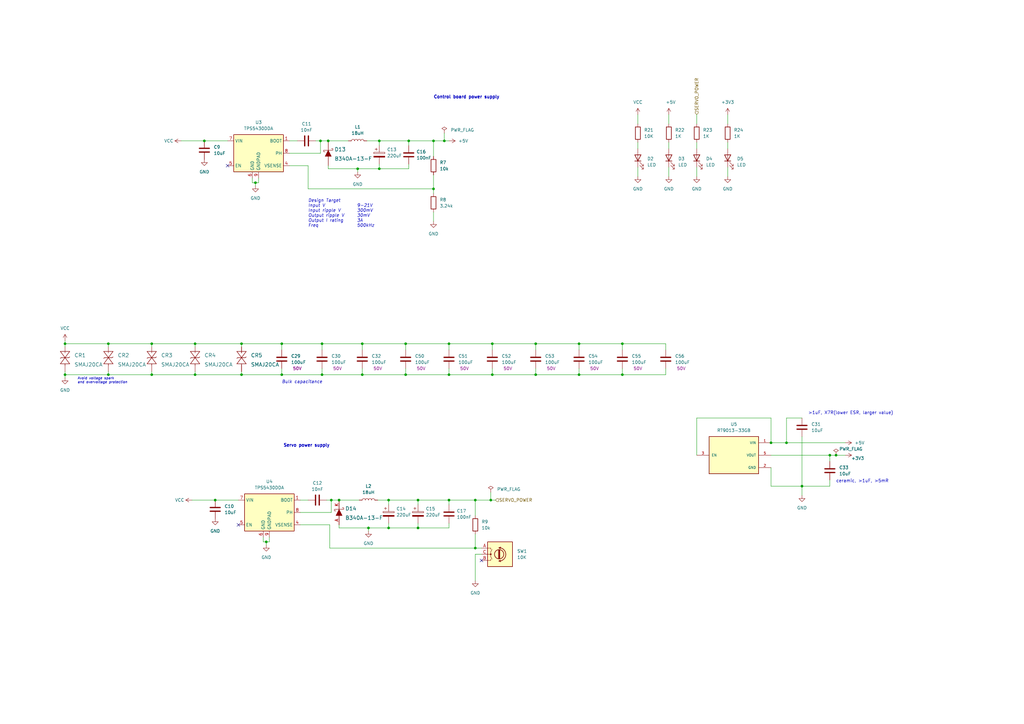
<source format=kicad_sch>
(kicad_sch (version 20211123) (generator eeschema)
  (paper "A3")
  (lib_symbols
    (symbol "B340A-13-F_1" (pin_names (offset 0) hide)
      (property "Reference" "D" (at 0 2.54 0))
      (property "Value" "B340A-13-F_1" (at 0 -3.81 0))
      (symbol "B340A-13-F_1_0_1"
        (polyline (pts (xy 1.27 1.27) (xy 1.27 -1.27)))
        (polyline (pts (xy -1.27 1.27) (xy -1.27 -1.27) (xy 1.27 0) (xy -1.27 1.27)) (fill (type outline)))
        (polyline (pts (xy 1.27 -1.27) (xy 1.27 -1.905) (xy 1.905 -1.905) (xy 1.905 -1.27)))
        (polyline (pts (xy 1.27 1.27) (xy 1.27 1.905) (xy 0.635 1.905) (xy 0.635 1.27)))
      )
      (symbol "B340A-13-F_1_1_1"
        (pin passive line (at -5.08 0 0) (length 3.81) (name "~") (number "A"))
        (pin passive line (at 5.08 0 180) (length 3.81) (name "~") (number "K"))
      )
    )
    (symbol "Device:C" (pin_numbers hide) (pin_names (offset 0.254))
      (property "Reference" "C" (at 0.635 2.54 0))
      (property "Value" "C" (at 0.635 -2.54 0))
      (symbol "C_0_1"
        (polyline (pts (xy -2.032 -0.762) (xy 2.032 -0.762)) (stroke (width 0.508)))
        (polyline (pts (xy -2.032 0.762) (xy 2.032 0.762)) (stroke (width 0.508)))
      )
      (symbol "C_1_1"
        (pin passive line (at 0 3.81 270) (length 2.794) (name "~") (number "1"))
        (pin passive line (at 0 -3.81 90) (length 2.794) (name "~") (number "2"))
      )
    )
    (symbol "Device:C_Polarized" (pin_numbers hide) (pin_names (offset 0.254))
      (property "Reference" "C" (at 0.635 2.54 0))
      (property "Value" "C_Polarized" (at 0.635 -2.54 0))
      (symbol "C_Polarized_0_1"
        (rectangle (start -2.286 0.508) (end 2.286 1.016))
        (polyline (pts (xy -1.778 2.286) (xy -0.762 2.286)))
        (polyline (pts (xy -1.27 2.794) (xy -1.27 1.778)))
        (rectangle (start 2.286 -0.508) (end -2.286 -1.016) (fill (type outline)))
      )
      (symbol "C_Polarized_1_1"
        (pin passive line (at 0 3.81 270) (length 2.794) (name "~") (number "1"))
        (pin passive line (at 0 -3.81 90) (length 2.794) (name "~") (number "2"))
      )
    )
    (symbol "Device:L" (pin_numbers hide) (pin_names (offset 1.016) hide)
      (property "Reference" "L" (at -1.27 0 90))
      (property "Value" "L" (at 1.905 0 90))
      (symbol "L_0_1"
        (arc (start 0 -2.54) (mid 0.635 -1.905) (end 0 -1.27))
        (arc (start 0 -1.27) (mid 0.635 -0.635) (end 0 0))
        (arc (start 0 0) (mid 0.635 0.635) (end 0 1.27))
        (arc (start 0 1.27) (mid 0.635 1.905) (end 0 2.54))
      )
      (symbol "L_1_1"
        (pin passive line (at 0 3.81 270) (length 1.27) (name "1") (number "1"))
        (pin passive line (at 0 -3.81 90) (length 1.27) (name "2") (number "2"))
      )
    )
    (symbol "Device:LED" (pin_numbers hide) (pin_names (offset 1.016) hide)
      (property "Reference" "D" (at 0 2.54 0))
      (property "Value" "LED" (at 0 -2.54 0))
      (symbol "LED_0_1"
        (polyline (pts (xy -1.27 -1.27) (xy -1.27 1.27)) (stroke (width 0.254)))
        (polyline (pts (xy -1.27 0) (xy 1.27 0)))
        (polyline (pts (xy 1.27 -1.27) (xy 1.27 1.27) (xy -1.27 0) (xy 1.27 -1.27)) (stroke (width 0.254)))
        (polyline (pts (xy -3.048 -0.762) (xy -4.572 -2.286) (xy -3.81 -2.286) (xy -4.572 -2.286) (xy -4.572 -1.524)))
        (polyline (pts (xy -1.778 -0.762) (xy -3.302 -2.286) (xy -2.54 -2.286) (xy -3.302 -2.286) (xy -3.302 -1.524)))
      )
      (symbol "LED_1_1"
        (pin passive line (at -3.81 0 0) (length 2.54) (name "K") (number "1"))
        (pin passive line (at 3.81 0 180) (length 2.54) (name "A") (number "2"))
      )
    )
    (symbol "Device:R" (pin_numbers hide) (pin_names (offset 0))
      (property "Reference" "R" (at 2.032 0 90))
      (property "Value" "R" (at 0 0 90))
      (symbol "R_0_1"
        (rectangle (start -1.016 -2.54) (end 1.016 2.54) (stroke (width 0.254)))
      )
      (symbol "R_1_1"
        (pin passive line (at 0 3.81 270) (length 1.27) (name "~") (number "1"))
        (pin passive line (at 0 -3.81 90) (length 1.27) (name "~") (number "2"))
      )
    )
    (symbol "Device:RotaryEncoder" (pin_names (offset 0.254) hide)
      (property "Reference" "SW" (at 0 6.604 0))
      (property "Value" "RotaryEncoder" (at 0 -6.604 0))
      (symbol "RotaryEncoder_0_1"
        (rectangle (start -5.08 5.08) (end 5.08 -5.08) (stroke (width 0.254)) (fill (type background)))
        (circle (center -3.81 0) (radius 0.254) (fill (type outline)))
        (arc (start -0.381 -2.794) (mid 2.3622 -0.0508) (end -0.381 2.667) (stroke (width 0.254)))
        (circle (center -0.381 0) (radius 1.905) (stroke (width 0.254)))
        (polyline (pts (xy -0.635 -1.778) (xy -0.635 1.778)) (stroke (width 0.254)))
        (polyline (pts (xy -0.381 -1.778) (xy -0.381 1.778)) (stroke (width 0.254)))
        (polyline (pts (xy -0.127 1.778) (xy -0.127 -1.778)) (stroke (width 0.254)))
        (polyline (pts (xy -5.08 -2.54) (xy -3.81 -2.54) (xy -3.81 -2.032)))
        (polyline (pts (xy -5.08 2.54) (xy -3.81 2.54) (xy -3.81 2.032)))
        (polyline (pts (xy 0.254 -3.048) (xy -0.508 -2.794) (xy 0.127 -2.413)) (stroke (width 0.254)))
        (polyline (pts (xy 0.254 2.921) (xy -0.508 2.667) (xy 0.127 2.286)) (stroke (width 0.254)))
        (polyline (pts (xy -5.08 0) (xy -3.81 0) (xy -3.81 -1.016) (xy -3.302 -2.032)))
        (polyline (pts (xy -4.318 0) (xy -3.81 0) (xy -3.81 1.016) (xy -3.302 2.032)))
      )
      (symbol "RotaryEncoder_1_1"
        (pin passive line (at -7.62 2.54 0) (length 2.54) (name "A") (number "A"))
        (pin passive line (at -7.62 -2.54 0) (length 2.54) (name "B") (number "B"))
        (pin passive line (at -7.62 0 0) (length 2.54) (name "C") (number "C"))
      )
    )
    (symbol "RT9013-33GB:RT9013-33GB" (pin_names (offset 1.016))
      (property "Reference" "U" (at -10.16 8.89 0))
      (property "Value" "RT9013-33GB" (at -10.16 -8.89 0))
      (symbol "RT9013-33GB_0_0"
        (rectangle (start -10.16 -7.62) (end 10.16 7.62) (stroke (width 0.254)) (fill (type background)))
        (pin power_in line (at 15.24 5.08 180) (length 5.08) (name "VIN") (number "1"))
        (pin power_in line (at 15.24 -5.08 180) (length 5.08) (name "GND") (number "2"))
        (pin passive line (at -15.24 0 0) (length 5.08) (name "EN") (number "3"))
        (pin power_in line (at 15.24 0 180) (length 5.08) (name "VOUT") (number "5"))
      )
    )
    (symbol "Regulator_Switching:TPS5430DDA"
      (property "Reference" "U" (at -10.16 8.89 0))
      (property "Value" "TPS5430DDA" (at -1.27 8.89 0))
      (symbol "TPS5430DDA_0_1"
        (rectangle (start -10.16 7.62) (end 10.16 -7.62) (stroke (width 0.254)) (fill (type background)))
      )
      (symbol "TPS5430DDA_1_1"
        (pin input line (at 12.7 5.08 180) (length 2.54) (name "BOOT") (number "1"))
        (pin no_connect line (at -10.16 2.54 0) (length 2.54) hide (name "NC") (number "2"))
        (pin no_connect line (at -10.16 -2.54 0) (length 2.54) hide (name "NC") (number "3"))
        (pin input line (at 12.7 -5.08 180) (length 2.54) (name "VSENSE") (number "4"))
        (pin input line (at -12.7 -5.08 0) (length 2.54) (name "EN") (number "5"))
        (pin power_in line (at -2.54 -10.16 90) (length 2.54) (name "GND") (number "6"))
        (pin power_in line (at -12.7 5.08 0) (length 2.54) (name "VIN") (number "7"))
        (pin output line (at 12.7 0 180) (length 2.54) (name "PH") (number "8"))
        (pin power_in line (at 0 -10.16 90) (length 2.54) (name "GNDPAD") (number "9"))
      )
    )
    (symbol "SMAJ20CA:SMAJ20CA" (pin_numbers hide) (pin_names (offset -1.651) hide)
      (property "Reference" "CR" (at 5.08 4.445 0))
      (property "Value" "SMAJ20CA" (at 1.27 -5.08 0))
      (symbol "SMAJ20CA_1_1"
        (polyline (pts (xy -2.54 0) (xy -1.905 0)) (stroke (width 0.2032)))
        (polyline (pts (xy -1.905 -1.905) (xy 0.635 0)) (stroke (width 0.2032)))
        (polyline (pts (xy -1.905 1.905) (xy -1.905 -1.905)) (stroke (width 0.2032)))
        (polyline (pts (xy 0.635 -1.5748) (xy 0.9398 -1.905)) (stroke (width 0.2032)))
        (polyline (pts (xy 0.635 0) (xy -1.905 1.905)) (stroke (width 0.2032)))
        (polyline (pts (xy 0.635 0) (xy 3.175 -1.905)) (stroke (width 0.2032)))
        (polyline (pts (xy 0.635 1.5748) (xy 0.3302 1.905)) (stroke (width 0.2032)))
        (polyline (pts (xy 0.635 1.5748) (xy 0.635 -1.5748)) (stroke (width 0.2032)))
        (polyline (pts (xy 3.175 -1.905) (xy 3.175 1.905)) (stroke (width 0.2032)))
        (polyline (pts (xy 3.175 1.905) (xy 0.635 0)) (stroke (width 0.2032)))
        (pin passive line (at 5.08 0 180) (length 2.54) (name "1") (number "1"))
        (pin passive line (at -5.08 0 0) (length 2.54) (name "2") (number "2"))
      )
    )
    (symbol "dk_Diodes-Rectifiers-Single:B340A-13-F" (pin_numbers hide) (pin_names (offset 0) hide)
      (property "Reference" "D" (at 0 2.54 0))
      (property "Value" "B340A-13-F" (at 0 -3.81 0))
      (symbol "B340A-13-F_0_1"
        (polyline (pts (xy 1.27 1.27) (xy 1.27 -1.27)))
        (polyline (pts (xy -1.27 1.27) (xy -1.27 -1.27) (xy 1.27 0) (xy -1.27 1.27)) (fill (type outline)))
        (polyline (pts (xy 1.27 -1.27) (xy 1.27 -1.905) (xy 1.905 -1.905) (xy 1.905 -1.27)))
        (polyline (pts (xy 1.27 1.27) (xy 1.27 1.905) (xy 0.635 1.905) (xy 0.635 1.27)))
      )
      (symbol "B340A-13-F_1_1"
        (pin passive line (at -5.08 0 0) (length 3.81) (name "~") (number "A"))
        (pin passive line (at 5.08 0 180) (length 3.81) (name "~") (number "K"))
      )
    )
    (symbol "power:+3V3" (power) (pin_names (offset 0))
      (property "Value" "+3V3" (at 0 3.556 0))
      (symbol "+3V3_0_1"
        (polyline (pts (xy -0.762 1.27) (xy 0 2.54)))
        (polyline (pts (xy 0 0) (xy 0 2.54)))
        (polyline (pts (xy 0 2.54) (xy 0.762 1.27)))
      )
      (symbol "+3V3_1_1"
        (pin power_in line (at 0 0 90) (length 0) hide (name "+3V3") (number "1"))
      )
    )
    (symbol "power:+5V" (power) (pin_names (offset 0))
      (property "Value" "+5V" (at 0 3.556 0))
      (symbol "+5V_0_1"
        (polyline (pts (xy -0.762 1.27) (xy 0 2.54)))
        (polyline (pts (xy 0 0) (xy 0 2.54)))
        (polyline (pts (xy 0 2.54) (xy 0.762 1.27)))
      )
      (symbol "+5V_1_1"
        (pin power_in line (at 0 0 90) (length 0) hide (name "+5V") (number "1"))
      )
    )
    (symbol "power:GND" (power) (pin_names (offset 0))
      (property "Value" "GND" (at 0 -3.81 0))
      (symbol "GND_0_1"
        (polyline (pts (xy 0 0) (xy 0 -1.27) (xy 1.27 -1.27) (xy 0 -2.54) (xy -1.27 -1.27) (xy 0 -1.27)))
      )
      (symbol "GND_1_1"
        (pin power_in line (at 0 0 270) (length 0) hide (name "GND") (number "1"))
      )
    )
    (symbol "power:PWR_FLAG" (power) (pin_numbers hide) (pin_names (offset 0) hide)
      (property "Value" "PWR_FLAG" (at 0 3.81 0))
      (symbol "PWR_FLAG_0_0"
        (pin power_out line (at 0 0 90) (length 0) (name "pwr") (number "1"))
      )
      (symbol "PWR_FLAG_0_1"
        (polyline (pts (xy 0 0) (xy 0 1.27) (xy -1.016 1.905) (xy 0 2.54) (xy 1.016 1.905) (xy 0 1.27)))
      )
    )
    (symbol "power:VCC" (power) (pin_names (offset 0))
      (property "Value" "VCC" (at 0 3.81 0))
      (symbol "VCC_0_1"
        (polyline (pts (xy -0.762 1.27) (xy 0 2.54)))
        (polyline (pts (xy 0 0) (xy 0 2.54)))
        (polyline (pts (xy 0 2.54) (xy 0.762 1.27)))
      )
      (symbol "VCC_1_1"
        (pin power_in line (at 0 0 90) (length 0) hide (name "VCC") (number "1"))
      )
    )
  )
  (junction (at 184.15 153.67))
  (junction (at 201.93 153.67))
  (junction (at 26.67 153.67))
  (junction (at 184.15 205.105))
  (junction (at 88.265 205.105))
  (junction (at 237.49 153.67))
  (junction (at 104.775 74.93))
  (junction (at 159.385 205.105))
  (junction (at 342.9 186.69))
  (junction (at 237.49 140.97))
  (junction (at 99.06 140.97))
  (junction (at 328.93 199.39))
  (junction (at 316.23 181.61))
  (junction (at 219.71 153.67))
  (junction (at 146.685 69.215))
  (junction (at 148.59 153.67))
  (junction (at 62.23 140.97))
  (junction (at 177.8 57.785))
  (junction (at 109.22 222.25))
  (junction (at 80.01 140.97))
  (junction (at 132.08 140.97))
  (junction (at 167.64 57.785))
  (junction (at 115.57 140.97))
  (junction (at 99.06 153.67))
  (junction (at 159.385 216.535))
  (junction (at 255.27 153.67))
  (junction (at 155.575 69.215))
  (junction (at 62.23 153.67))
  (junction (at 151.13 216.535))
  (junction (at 166.37 140.97))
  (junction (at 322.58 181.61))
  (junction (at 83.82 57.785))
  (junction (at 155.575 57.785))
  (junction (at 135.89 205.105))
  (junction (at 44.45 153.67))
  (junction (at 171.45 216.535))
  (junction (at 340.36 186.69))
  (junction (at 80.01 153.67))
  (junction (at 26.67 140.97))
  (junction (at 148.59 140.97))
  (junction (at 182.245 57.785))
  (junction (at 166.37 153.67))
  (junction (at 201.93 140.97))
  (junction (at 132.08 153.67))
  (junction (at 184.15 140.97))
  (junction (at 134.62 57.785))
  (junction (at 44.45 140.97))
  (junction (at 139.065 205.105))
  (junction (at 177.8 77.47))
  (junction (at 255.27 140.97))
  (junction (at 171.45 205.105))
  (junction (at 131.445 57.785))
  (junction (at 115.57 153.67))
  (junction (at 219.71 140.97))
  (junction (at 194.945 205.105))
  (junction (at 201.295 205.105))
  (junction (at 194.945 224.79))
  (no_connect (at 93.345 67.945))
  (no_connect (at 197.485 229.87))
  (no_connect (at 97.79 215.265))
  (wire (pts (xy 80.01 153.67) (xy 99.06 153.67)))
  (wire (pts (xy 26.67 140.97) (xy 44.45 140.97)))
  (wire (pts (xy 285.75 68.58) (xy 285.75 72.39)))
  (wire (pts (xy 103.505 74.93) (xy 104.775 74.93)))
  (wire (pts (xy 133.985 205.105) (xy 135.89 205.105)))
  (wire (pts (xy 285.75 58.42) (xy 285.75 60.96)))
  (wire (pts (xy 155.575 69.215) (xy 146.685 69.215)))
  (wire (pts (xy 274.32 58.42) (xy 274.32 60.96)))
  (wire (pts (xy 171.45 216.535) (xy 184.15 216.535)))
  (wire (pts (xy 123.19 205.105) (xy 126.365 205.105)))
  (wire (pts (xy 107.95 220.345) (xy 107.95 222.25)))
  (wire (pts (xy 219.71 151.13) (xy 219.71 153.67)))
  (wire (pts (xy 123.19 215.265) (xy 135.255 215.265)))
  (wire (pts (xy 201.295 205.105) (xy 203.2 205.105)))
  (wire (pts (xy 159.385 214.63) (xy 159.385 216.535)))
  (wire (pts (xy 26.67 153.67) (xy 44.45 153.67)))
  (wire (pts (xy 118.745 67.945) (xy 126.365 67.945)))
  (wire (pts (xy 328.93 179.07) (xy 328.93 199.39)))
  (wire (pts (xy 62.23 142.24) (xy 62.23 140.97)))
  (wire (pts (xy 285.75 186.69) (xy 285.75 171.45)))
  (wire (pts (xy 148.59 140.97) (xy 132.08 140.97)))
  (wire (pts (xy 26.67 153.67) (xy 26.67 154.94)))
  (wire (pts (xy 219.71 153.67) (xy 201.93 153.67)))
  (wire (pts (xy 123.19 210.185) (xy 135.89 210.185)))
  (wire (pts (xy 328.93 199.39) (xy 340.36 199.39)))
  (wire (pts (xy 110.49 222.25) (xy 109.22 222.25)))
  (wire (pts (xy 135.89 205.105) (xy 139.065 205.105)))
  (wire (pts (xy 201.93 153.67) (xy 184.15 153.67)))
  (wire (pts (xy 167.64 57.785) (xy 177.8 57.785)))
  (wire (pts (xy 74.295 57.785) (xy 83.82 57.785)))
  (wire (pts (xy 129.54 57.785) (xy 131.445 57.785)))
  (wire (pts (xy 80.01 142.24) (xy 80.01 140.97)))
  (wire (pts (xy 134.62 67.945) (xy 134.62 69.215)))
  (wire (pts (xy 298.45 46.99) (xy 298.45 50.8)))
  (wire (pts (xy 274.32 46.99) (xy 274.32 50.8)))
  (wire (pts (xy 273.05 153.67) (xy 255.27 153.67)))
  (wire (pts (xy 182.245 54.61) (xy 182.245 57.785)))
  (wire (pts (xy 135.255 224.79) (xy 194.945 224.79)))
  (wire (pts (xy 26.67 152.4) (xy 26.67 153.67)))
  (wire (pts (xy 154.94 205.105) (xy 159.385 205.105)))
  (wire (pts (xy 155.575 69.215) (xy 167.64 69.215)))
  (wire (pts (xy 197.485 224.79) (xy 194.945 224.79)))
  (wire (pts (xy 316.23 171.45) (xy 316.23 181.61)))
  (wire (pts (xy 316.23 191.77) (xy 316.23 199.39)))
  (wire (pts (xy 83.82 57.785) (xy 93.345 57.785)))
  (wire (pts (xy 118.745 62.865) (xy 131.445 62.865)))
  (wire (pts (xy 298.45 58.42) (xy 298.45 60.96)))
  (wire (pts (xy 167.64 67.31) (xy 167.64 69.215)))
  (wire (pts (xy 184.15 205.105) (xy 194.945 205.105)))
  (wire (pts (xy 148.59 151.13) (xy 148.59 153.67)))
  (wire (pts (xy 26.67 140.97) (xy 26.67 142.24)))
  (wire (pts (xy 155.575 57.785) (xy 167.64 57.785)))
  (wire (pts (xy 135.255 215.265) (xy 135.255 224.79)))
  (wire (pts (xy 316.23 181.61) (xy 322.58 181.61)))
  (wire (pts (xy 132.08 151.13) (xy 132.08 153.67)))
  (wire (pts (xy 126.365 77.47) (xy 177.8 77.47)))
  (wire (pts (xy 274.32 68.58) (xy 274.32 72.39)))
  (wire (pts (xy 273.05 151.13) (xy 273.05 153.67)))
  (wire (pts (xy 134.62 57.785) (xy 142.875 57.785)))
  (wire (pts (xy 62.23 152.4) (xy 62.23 153.67)))
  (wire (pts (xy 115.57 143.51) (xy 115.57 140.97)))
  (wire (pts (xy 166.37 151.13) (xy 166.37 153.67)))
  (wire (pts (xy 118.745 57.785) (xy 121.92 57.785)))
  (wire (pts (xy 340.36 186.69) (xy 340.36 189.23)))
  (wire (pts (xy 135.89 210.185) (xy 135.89 205.105)))
  (wire (pts (xy 255.27 153.67) (xy 237.49 153.67)))
  (wire (pts (xy 219.71 143.51) (xy 219.71 140.97)))
  (wire (pts (xy 322.58 171.45) (xy 322.58 181.61)))
  (wire (pts (xy 171.45 214.63) (xy 171.45 216.535)))
  (wire (pts (xy 62.23 140.97) (xy 80.01 140.97)))
  (wire (pts (xy 109.22 222.25) (xy 109.22 223.52)))
  (wire (pts (xy 26.67 139.7) (xy 26.67 140.97)))
  (wire (pts (xy 80.01 152.4) (xy 80.01 153.67)))
  (wire (pts (xy 80.01 140.97) (xy 99.06 140.97)))
  (wire (pts (xy 177.8 86.995) (xy 177.8 90.805)))
  (wire (pts (xy 255.27 143.51) (xy 255.27 140.97)))
  (wire (pts (xy 148.59 153.67) (xy 132.08 153.67)))
  (wire (pts (xy 132.08 153.67) (xy 115.57 153.67)))
  (wire (pts (xy 184.15 214.63) (xy 184.15 216.535)))
  (wire (pts (xy 146.685 69.215) (xy 146.685 70.485)))
  (wire (pts (xy 88.265 205.105) (xy 97.79 205.105)))
  (wire (pts (xy 159.385 205.105) (xy 171.45 205.105)))
  (wire (pts (xy 107.95 222.25) (xy 109.22 222.25)))
  (wire (pts (xy 159.385 205.105) (xy 159.385 207.01)))
  (wire (pts (xy 201.295 201.93) (xy 201.295 205.105)))
  (wire (pts (xy 177.8 77.47) (xy 177.8 79.375)))
  (wire (pts (xy 201.93 143.51) (xy 201.93 140.97)))
  (wire (pts (xy 131.445 57.785) (xy 134.62 57.785)))
  (wire (pts (xy 132.08 143.51) (xy 132.08 140.97)))
  (wire (pts (xy 106.045 73.025) (xy 106.045 74.93)))
  (wire (pts (xy 44.45 153.67) (xy 62.23 153.67)))
  (wire (pts (xy 131.445 62.865) (xy 131.445 57.785)))
  (wire (pts (xy 328.93 199.39) (xy 328.93 203.2)))
  (wire (pts (xy 328.93 171.45) (xy 322.58 171.45)))
  (wire (pts (xy 139.065 205.105) (xy 147.32 205.105)))
  (wire (pts (xy 194.945 219.075) (xy 194.945 224.79)))
  (wire (pts (xy 261.62 58.42) (xy 261.62 60.96)))
  (wire (pts (xy 155.575 67.31) (xy 155.575 69.215)))
  (wire (pts (xy 237.49 143.51) (xy 237.49 140.97)))
  (wire (pts (xy 99.06 140.97) (xy 99.06 142.24)))
  (wire (pts (xy 159.385 216.535) (xy 151.13 216.535)))
  (wire (pts (xy 194.945 227.33) (xy 197.485 227.33)))
  (wire (pts (xy 184.15 151.13) (xy 184.15 153.67)))
  (wire (pts (xy 184.15 140.97) (xy 166.37 140.97)))
  (wire (pts (xy 126.365 67.945) (xy 126.365 77.47)))
  (wire (pts (xy 44.45 140.97) (xy 62.23 140.97)))
  (wire (pts (xy 340.36 186.69) (xy 342.9 186.69)))
  (wire (pts (xy 201.93 140.97) (xy 184.15 140.97)))
  (wire (pts (xy 237.49 151.13) (xy 237.49 153.67)))
  (wire (pts (xy 166.37 143.51) (xy 166.37 140.97)))
  (wire (pts (xy 194.945 238.125) (xy 194.945 227.33)))
  (wire (pts (xy 261.62 68.58) (xy 261.62 72.39)))
  (wire (pts (xy 201.93 151.13) (xy 201.93 153.67)))
  (wire (pts (xy 182.245 57.785) (xy 184.15 57.785)))
  (wire (pts (xy 151.13 216.535) (xy 151.13 217.805)))
  (wire (pts (xy 177.8 71.755) (xy 177.8 77.47)))
  (wire (pts (xy 177.8 64.135) (xy 177.8 57.785)))
  (wire (pts (xy 285.75 171.45) (xy 316.23 171.45)))
  (wire (pts (xy 110.49 220.345) (xy 110.49 222.25)))
  (wire (pts (xy 316.23 199.39) (xy 328.93 199.39)))
  (wire (pts (xy 159.385 216.535) (xy 171.45 216.535)))
  (wire (pts (xy 194.945 205.105) (xy 201.295 205.105)))
  (wire (pts (xy 171.45 205.105) (xy 184.15 205.105)))
  (wire (pts (xy 99.06 140.97) (xy 115.57 140.97)))
  (wire (pts (xy 194.945 211.455) (xy 194.945 205.105)))
  (wire (pts (xy 78.74 205.105) (xy 88.265 205.105)))
  (wire (pts (xy 171.45 205.105) (xy 171.45 207.01)))
  (wire (pts (xy 255.27 140.97) (xy 237.49 140.97)))
  (wire (pts (xy 273.05 143.51) (xy 273.05 140.97)))
  (wire (pts (xy 261.62 46.99) (xy 261.62 50.8)))
  (wire (pts (xy 167.64 57.785) (xy 167.64 59.69)))
  (wire (pts (xy 148.59 143.51) (xy 148.59 140.97)))
  (wire (pts (xy 139.065 216.535) (xy 151.13 216.535)))
  (wire (pts (xy 273.05 140.97) (xy 255.27 140.97)))
  (wire (pts (xy 132.08 140.97) (xy 115.57 140.97)))
  (wire (pts (xy 103.505 73.025) (xy 103.505 74.93)))
  (wire (pts (xy 340.36 196.85) (xy 340.36 199.39)))
  (wire (pts (xy 316.23 186.69) (xy 340.36 186.69)))
  (wire (pts (xy 99.06 152.4) (xy 99.06 153.67)))
  (wire (pts (xy 115.57 151.13) (xy 115.57 153.67)))
  (wire (pts (xy 104.775 74.93) (xy 104.775 76.2)))
  (wire (pts (xy 106.045 74.93) (xy 104.775 74.93)))
  (wire (pts (xy 177.8 57.785) (xy 182.245 57.785)))
  (wire (pts (xy 298.45 68.58) (xy 298.45 72.39)))
  (wire (pts (xy 134.62 69.215) (xy 146.685 69.215)))
  (wire (pts (xy 219.71 140.97) (xy 201.93 140.97)))
  (wire (pts (xy 99.06 153.67) (xy 115.57 153.67)))
  (wire (pts (xy 184.15 143.51) (xy 184.15 140.97)))
  (wire (pts (xy 184.15 153.67) (xy 166.37 153.67)))
  (wire (pts (xy 155.575 57.785) (xy 155.575 59.69)))
  (wire (pts (xy 237.49 153.67) (xy 219.71 153.67)))
  (wire (pts (xy 237.49 140.97) (xy 219.71 140.97)))
  (wire (pts (xy 255.27 151.13) (xy 255.27 153.67)))
  (wire (pts (xy 44.45 142.24) (xy 44.45 140.97)))
  (wire (pts (xy 342.9 186.69) (xy 346.71 186.69)))
  (wire (pts (xy 150.495 57.785) (xy 155.575 57.785)))
  (wire (pts (xy 166.37 153.67) (xy 148.59 153.67)))
  (wire (pts (xy 166.37 140.97) (xy 148.59 140.97)))
  (wire (pts (xy 184.15 205.105) (xy 184.15 207.01)))
  (wire (pts (xy 139.065 215.265) (xy 139.065 216.535)))
  (wire (pts (xy 322.58 181.61) (xy 346.71 181.61)))
  (wire (pts (xy 62.23 153.67) (xy 80.01 153.67)))
  (wire (pts (xy 44.45 152.4) (xy 44.45 153.67)))
  (wire (pts (xy 285.75 46.99) (xy 285.75 50.8)))
  (text ">1uF, X7R(lower ESR, larger value)" (at 331.47 170.18 0) (effects (font (size 1.27 1.27)) (justify left bottom)))
  (text "Control board power supply" (at 177.8 40.64 0) (effects (font (size 1.27 1.27) (thickness 0.254) bold) (justify left bottom)))
  (text "Bulk capacitance" (at 115.57 157.48 0) (effects (font (size 1.27 1.27) italic) (justify left bottom)))
  (text "Design Target\nInput V			9-21V\nInput ripple V	300mV\nOutput ripple V	30mV\nOutput I rating	3A\nFreq			500kHz" (at 126.365 93.345 0) (effects (font (size 1.27 1.27) italic) (justify left bottom)))
  (text "Avoid voltage spark\nand overvoltage protection" (at 31.75 157.48 0) (effects (font (size 1 1) italic) (justify left bottom)))
  (text "ceramic, >1uF, >5mR" (at 342.9 198.12 0) (effects (font (size 1.27 1.27)) (justify left bottom)))
  (text "Servo power supply" (at 116.205 183.515 0) (effects (font (size 1.27 1.27) (thickness 0.254) bold) (justify left bottom)))
  (hierarchical_label "SERVO_POWER" (shape input) (at 203.2 205.105 0))
  (hierarchical_label "SERVO_POWER" (shape input) (at 285.75 46.99 90))
  (symbol (lib_id "power:PWR_FLAG") (at 182.245 54.61 0) (unit 1)
    (property "Reference" "#FLG01" (effects hide))
    (property "Value" "PWR_FLAG" (at 184.785 53.3399 0) (effects (justify left)))
  )
  (symbol (lib_id "Device:C") (at 148.59 147.32 0) (unit 1)
    (property "Reference" "C32" (at 152.4 146.0499 0) (effects (justify left)))
    (property "Value" "100uF" (at 152.4 148.5899 0) (effects (justify left)))
    (property "Footprint" "Capacitor_SMD:C_1206_3216Metric" (effects hide))
    (property "Rated" "50V" (at 154.94 151.13 0))
  )
  (symbol (lib_id "power:+3V3") (at 298.45 46.99 0) (unit 1)
    (property "Reference" "#PWR040" (effects hide))
    (property "Value" "+3V3" (at 298.45 41.91 0))
  )
  (symbol (lib_id "power:GND") (at 285.75 72.39 0) (unit 1)
    (property "Reference" "#PWR039" (effects hide))
    (property "Value" "GND" (at 285.75 77.47 0))
  )
  (symbol (lib_id "power:GND") (at 151.13 217.805 0) (unit 1)
    (property "Reference" "#PWR0113" (effects hide))
    (property "Value" "GND" (at 151.13 222.885 0))
  )
  (symbol (lib_id "power:GND") (at 274.32 72.39 0) (unit 1)
    (property "Reference" "#PWR038" (effects hide))
    (property "Value" "GND" (at 274.32 77.47 0))
  )
  (symbol (lib_id "Device:LED") (at 261.62 64.77 90) (unit 1)
    (property "Reference" "D2" (at 265.43 65.0874 90) (effects (justify right)))
    (property "Value" "LED" (at 265.43 67.6274 90) (effects (justify right)))
    (property "Footprint" "LED_SMD:LED_0603_1608Metric" (effects hide))
  )
  (symbol (lib_id "power:+5V") (at 184.15 57.785 270) (unit 1)
    (property "Reference" "#PWR032" (effects hide))
    (property "Value" "+5V" (at 187.96 57.7849 90) (effects (justify left)))
  )
  (symbol (lib_id "power:GND") (at 328.93 203.2 0) (unit 1)
    (property "Reference" "#PWR042" (effects hide))
    (property "Value" "GND" (at 328.93 208.28 0))
  )
  (symbol (lib_id "Device:R") (at 194.945 215.265 0) (unit 1)
    (property "Reference" "R9" (at 197.485 213.9949 0) (effects (justify left)))
    (property "Value" "10k" (at 197.485 216.5349 0) (effects (justify left)))
    (property "Footprint" "Resistor_SMD:R_0603_1608Metric" (effects hide))
  )
  (symbol (lib_id "RT9013-33GB:RT9013-33GB") (at 300.99 186.69 0) (unit 1)
    (property "Reference" "U5" (at 300.99 173.99 0))
    (property "Value" "RT9013-33GB" (at 300.99 176.53 0))
    (property "Footprint" "download-footprints:SOT94P279X129-5N" (effects hide))
    (property "Datasheet" "https://www.semiee.com/file/Richtek/Richtek-RT9013.pdf" (effects hide))
    (property "MAXIMUM_PACKAGE_HEIGHT" "1.295 mm" (effects hide))
    (property "MANUFACTURER" "Richtek Technology" (effects hide))
    (property "PARTREV" "Aprill 2011" (effects hide))
    (property "STANDARD" "IPC 7351B" (effects hide))
  )
  (symbol (lib_id "Device:C") (at 201.93 147.32 0) (unit 1)
    (property "Reference" "C52" (at 205.74 146.0499 0) (effects (justify left)))
    (property "Value" "100uF" (at 205.74 148.5899 0) (effects (justify left)))
    (property "Footprint" "Capacitor_SMD:C_1206_3216Metric" (effects hide))
    (property "Rated" "50V" (at 208.28 151.13 0))
  )
  (symbol (lib_id "Device:C") (at 166.37 147.32 0) (unit 1)
    (property "Reference" "C50" (at 170.18 146.0499 0) (effects (justify left)))
    (property "Value" "100uF" (at 170.18 148.5899 0) (effects (justify left)))
    (property "Footprint" "Capacitor_SMD:C_1206_3216Metric" (effects hide))
    (property "Rated" "50V" (at 172.72 151.13 0))
  )
  (symbol (lib_id "power:+5V") (at 274.32 46.99 0) (unit 1)
    (property "Reference" "#PWR037" (effects hide))
    (property "Value" "+5V" (at 273.05 41.91 0) (effects (justify left)))
  )
  (symbol (lib_id "Device:C") (at 115.57 147.32 0) (unit 1)
    (property "Reference" "C29" (at 119.38 146.0499 0) (effects (justify left)))
    (property "Value" "100uF" (at 119.38 148.5899 0) (effects (justify left)))
    (property "Footprint" "Capacitor_SMD:C_1206_3216Metric" (effects hide))
    (property "Rated" "50V" (at 121.92 151.13 0))
  )
  (symbol (lib_id "Device:RotaryEncoder") (at 205.105 227.33 0) (unit 1)
    (property "Reference" "SW1" (at 212.09 226.0599 0) (effects (justify left)))
    (property "Value" "10K" (at 212.09 228.5999 0) (effects (justify left)))
    (property "Footprint" "My_Resisitor:3386P" (effects hide))
  )
  (symbol (lib_id "power:GND") (at 298.45 72.39 0) (unit 1)
    (property "Reference" "#PWR041" (effects hide))
    (property "Value" "GND" (at 298.45 77.47 0))
  )
  (symbol (lib_id "Device:C") (at 184.15 147.32 0) (unit 1)
    (property "Reference" "C51" (at 187.96 146.0499 0) (effects (justify left)))
    (property "Value" "100uF" (at 187.96 148.5899 0) (effects (justify left)))
    (property "Footprint" "Capacitor_SMD:C_1206_3216Metric" (effects hide))
    (property "Rated" "50V" (at 190.5 151.13 0))
  )
  (symbol (lib_id "Device:L") (at 151.13 205.105 90) (unit 1)
    (property "Reference" "L2" (at 151.13 199.39 90))
    (property "Value" "18uH" (at 151.13 201.93 90))
    (property "Footprint" "Inductor_SMD:L_Abracon_ASPI-0630LR" (effects hide))
  )
  (symbol (lib_id "power:PWR_FLAG") (at 342.9 186.69 0) (unit 1)
    (property "Reference" "#FLG02" (effects hide))
    (property "Value" "PWR_FLAG" (at 344.17 184.15 0) (effects (justify left)))
  )
  (symbol (lib_id "power:+5V") (at 346.71 181.61 270) (unit 1)
    (property "Reference" "#PWR043" (effects hide))
    (property "Value" "+5V" (at 350.52 181.6099 90) (effects (justify left)))
  )
  (symbol (lib_id "Device:C") (at 328.93 175.26 0) (unit 1)
    (property "Reference" "C31" (at 332.74 173.9899 0) (effects (justify left)))
    (property "Value" "10uF" (at 332.74 176.5299 0) (effects (justify left)))
    (property "Footprint" "Capacitor_SMD:C_0603_1608Metric" (effects hide))
  )
  (symbol (lib_id "power:PWR_FLAG") (at 201.295 201.93 0) (unit 1)
    (property "Reference" "#FLG0101" (effects hide))
    (property "Value" "PWR_FLAG" (at 203.835 200.6599 0) (effects (justify left)))
  )
  (symbol (lib_id "Device:C") (at 167.64 63.5 0) (unit 1)
    (property "Reference" "C16" (at 170.815 62.2299 0) (effects (justify left)))
    (property "Value" "100nF" (at 170.815 64.7699 0) (effects (justify left)))
    (property "Footprint" "Capacitor_SMD:C_0603_1608Metric" (effects hide))
  )
  (symbol (lib_id "Device:R") (at 285.75 54.61 0) (unit 1)
    (property "Reference" "R23" (at 288.29 53.3399 0) (effects (justify left)))
    (property "Value" "1K" (at 288.29 55.8799 0) (effects (justify left)))
    (property "Footprint" "Resistor_SMD:R_0603_1608Metric" (effects hide))
  )
  (symbol (lib_id "Device:R") (at 274.32 54.61 0) (unit 1)
    (property "Reference" "R22" (at 276.86 53.3399 0) (effects (justify left)))
    (property "Value" "1K" (at 276.86 55.8799 0) (effects (justify left)))
    (property "Footprint" "Resistor_SMD:R_0603_1608Metric" (effects hide))
  )
  (symbol (lib_id "Device:C") (at 83.82 61.595 0) (unit 1)
    (property "Reference" "C9" (at 87.63 60.3249 0) (effects (justify left)))
    (property "Value" "10uF" (at 87.63 62.8649 0) (effects (justify left)))
    (property "Footprint" "Capacitor_SMD:C_1206_3216Metric" (effects hide))
  )
  (symbol (lib_id "Device:C_Polarized") (at 171.45 210.82 0) (unit 1)
    (property "Reference" "C15" (at 174.625 208.6609 0) (effects (justify left)))
    (property "Value" "220uF" (at 174.625 211.2009 0) (effects (justify left)))
    (property "Footprint" "Capacitor_SMD:CP_Elec_6.3x7.7" (effects hide))
  )
  (symbol (lib_id "power:GND") (at 26.67 154.94 0) (unit 1)
    (property "Reference" "#PWR036" (effects hide))
    (property "Value" "GND" (at 26.67 160.02 0))
  )
  (symbol (lib_id "SMAJ20CA:SMAJ20CA") (at 26.67 147.32 90) (unit 1)
    (property "Reference" "CR1" (at 30.48 145.7325 90) (effects (font (size 1.524 1.524)) (justify right)))
    (property "Value" "SMAJ20CA" (at 30.48 149.5425 90) (effects (font (size 1.524 1.524)) (justify right)))
    (property "Footprint" "download-footprints:SMAJ20CA-13-F" (effects hide))
    (property "Datasheet" "https://www.semiee.com/file/AOS/AOS-SMAJ20CA.pdf" (effects hide))
  )
  (symbol (lib_id "Device:C") (at 237.49 147.32 0) (unit 1)
    (property "Reference" "C54" (at 241.3 146.0499 0) (effects (justify left)))
    (property "Value" "100uF" (at 241.3 148.5899 0) (effects (justify left)))
    (property "Footprint" "Capacitor_SMD:C_1206_3216Metric" (effects hide))
    (property "Rated" "50V" (at 243.84 151.13 0))
  )
  (symbol (lib_id "Device:R") (at 298.45 54.61 0) (unit 1)
    (property "Reference" "R24" (at 300.99 53.3399 0) (effects (justify left)))
    (property "Value" "1K" (at 300.99 55.8799 0) (effects (justify left)))
    (property "Footprint" "Resistor_SMD:R_0603_1608Metric" (effects hide))
  )
  (symbol (lib_id "power:VCC") (at 26.67 139.7 0) (unit 1)
    (property "Reference" "#PWR035" (effects hide))
    (property "Value" "VCC" (at 26.67 134.62 0))
  )
  (symbol (lib_id "Device:C") (at 184.15 210.82 0) (unit 1)
    (property "Reference" "C17" (at 187.325 209.55 0) (effects (justify left)))
    (property "Value" "100nF" (at 187.325 212.09 0) (effects (justify left)))
    (property "Footprint" "Capacitor_SMD:C_0603_1608Metric" (effects hide))
  )
  (symbol (lib_id "SMAJ20CA:SMAJ20CA") (at 62.23 147.32 90) (unit 1)
    (property "Reference" "CR3" (at 66.04 145.7325 90) (effects (font (size 1.524 1.524)) (justify right)))
    (property "Value" "SMAJ20CA" (at 66.04 149.5425 90) (effects (font (size 1.524 1.524)) (justify right)))
    (property "Footprint" "download-footprints:SMAJ20CA-13-F" (effects hide))
    (property "Datasheet" "https://www.semiee.com/file/AOS/AOS-SMAJ20CA.pdf" (effects hide))
  )
  (symbol (lib_id "Device:C") (at 130.175 205.105 270) (unit 1)
    (property "Reference" "C12" (at 130.175 198.12 90))
    (property "Value" "10nF" (at 130.175 200.66 90))
    (property "Footprint" "Capacitor_SMD:C_0603_1608Metric" (effects hide))
  )
  (symbol (lib_id "Device:C") (at 132.08 147.32 0) (unit 1)
    (property "Reference" "C30" (at 135.89 146.0499 0) (effects (justify left)))
    (property "Value" "100uF" (at 135.89 148.5899 0) (effects (justify left)))
    (property "Footprint" "Capacitor_SMD:C_1206_3216Metric" (effects hide))
    (property "Rated" "50V" (at 138.43 151.13 0))
  )
  (symbol (lib_id "Device:LED") (at 285.75 64.77 90) (unit 1)
    (property "Reference" "D4" (at 289.56 65.0874 90) (effects (justify right)))
    (property "Value" "LED" (at 289.56 67.6274 90) (effects (justify right)))
    (property "Footprint" "LED_SMD:LED_0603_1608Metric" (effects hide))
  )
  (symbol (lib_id "power:GND") (at 261.62 72.39 0) (unit 1)
    (property "Reference" "#PWR034" (effects hide))
    (property "Value" "GND" (at 261.62 77.47 0))
  )
  (symbol (lib_id "power:GND") (at 83.82 65.405 0) (unit 1)
    (property "Reference" "#PWR0109" (effects hide))
    (property "Value" "GND" (at 83.82 70.485 0))
  )
  (symbol (lib_id "Device:R") (at 261.62 54.61 0) (unit 1)
    (property "Reference" "R21" (at 264.16 53.3399 0) (effects (justify left)))
    (property "Value" "10K" (at 264.16 55.8799 0) (effects (justify left)))
    (property "Footprint" "Resistor_SMD:R_0603_1608Metric" (effects hide))
  )
  (symbol (lib_id "SMAJ20CA:SMAJ20CA") (at 44.45 147.32 90) (unit 1)
    (property "Reference" "CR2" (at 48.26 145.7325 90) (effects (font (size 1.524 1.524)) (justify right)))
    (property "Value" "SMAJ20CA" (at 48.26 149.5425 90) (effects (font (size 1.524 1.524)) (justify right)))
    (property "Footprint" "download-footprints:SMAJ20CA-13-F" (effects hide))
    (property "Datasheet" "https://www.semiee.com/file/AOS/AOS-SMAJ20CA.pdf" (effects hide))
  )
  (symbol (lib_id "Device:C") (at 340.36 193.04 0) (unit 1)
    (property "Reference" "C33" (at 344.17 191.7699 0) (effects (justify left)))
    (property "Value" "10uF" (at 344.17 194.3099 0) (effects (justify left)))
    (property "Footprint" "Capacitor_SMD:C_0603_1608Metric" (effects hide))
  )
  (symbol (lib_id "Device:L") (at 146.685 57.785 90) (unit 1)
    (property "Reference" "L1" (at 146.685 52.07 90))
    (property "Value" "18uH" (at 146.685 54.61 90))
    (property "Footprint" "Inductor_SMD:L_Abracon_ASPI-0630LR" (effects hide))
  )
  (symbol (lib_id "power:+3V3") (at 346.71 186.69 270) (unit 1)
    (property "Reference" "#PWR044" (effects hide))
    (property "Value" "+3V3" (at 351.79 187.96 90))
  )
  (symbol (lib_id "Device:LED") (at 274.32 64.77 90) (unit 1)
    (property "Reference" "D3" (at 278.13 65.0874 90) (effects (justify right)))
    (property "Value" "LED" (at 278.13 67.6274 90) (effects (justify right)))
    (property "Footprint" "LED_SMD:LED_0603_1608Metric" (effects hide))
  )
  (symbol (lib_id "Device:R") (at 177.8 83.185 0) (unit 1)
    (property "Reference" "R8" (at 180.34 81.9149 0) (effects (justify left)))
    (property "Value" "3.24k" (at 180.34 84.4549 0) (effects (justify left)))
    (property "Footprint" "Resistor_SMD:R_0603_1608Metric" (effects hide))
  )
  (symbol (lib_id "power:GND") (at 88.265 212.725 0) (unit 1)
    (property "Reference" "#PWR0112" (effects hide))
    (property "Value" "GND" (at 88.265 217.805 0))
  )
  (symbol (lib_id "power:GND") (at 177.8 90.805 0) (unit 1)
    (property "Reference" "#PWR0106" (effects hide))
    (property "Value" "GND" (at 177.8 95.885 0))
  )
  (symbol (lib_id "Device:R") (at 177.8 67.945 0) (unit 1)
    (property "Reference" "R7" (at 180.34 66.6749 0) (effects (justify left)))
    (property "Value" "10k" (at 180.34 69.2149 0) (effects (justify left)))
    (property "Footprint" "Resistor_SMD:R_0603_1608Metric" (effects hide))
  )
  (symbol (lib_id "Device:C_Polarized") (at 155.575 63.5 0) (unit 1)
    (property "Reference" "C13" (at 158.75 61.3409 0) (effects (justify left)))
    (property "Value" "220uF" (at 158.75 63.8809 0) (effects (justify left)))
    (property "Footprint" "Capacitor_SMD:CP_Elec_6.3x7.7" (effects hide))
  )
  (symbol (lib_id "Device:C_Polarized") (at 159.385 210.82 0) (unit 1)
    (property "Reference" "C14" (at 162.56 208.6609 0) (effects (justify left)))
    (property "Value" "220uF" (at 162.56 211.2009 0) (effects (justify left)))
    (property "Footprint" "Capacitor_SMD:CP_Elec_6.3x7.7" (effects hide))
  )
  (symbol (lib_id "dk_Diodes-Rectifiers-Single:B340A-13-F") (at 134.62 62.865 90) (unit 1)
    (property "Reference" "D13" (at 137.16 61.2775 90) (effects (font (size 1.524 1.524)) (justify right)))
    (property "Value" "B340A-13-F" (at 137.16 65.0875 90) (effects (font (size 1.524 1.524)) (justify right)))
    (property "Footprint" "digikey-footprints:DO-214AC" (effects hide))
    (property "Datasheet" "https://www.diodes.com/assets/Datasheets/ds30891.pdf" (effects hide))
    (property "Digi-Key_PN" "B340A-FDICT-ND" (effects hide))
    (property "MPN" "B340A-13-F" (effects hide))
    (property "Category" "Discrete Semiconductor Products" (effects hide))
    (property "Family" "Diodes - Rectifiers - Single" (effects hide))
    (property "DK_Datasheet_Link" "https://www.diodes.com/assets/Datasheets/ds30891.pdf" (effects hide))
    (property "DK_Detail_Page" "/product-detail/en/diodes-incorporated/B340A-13-F/B340A-FDICT-ND/725054" (effects hide))
    (property "Description" "DIODE SCHOTTKY 40V 3A SMA" (effects hide))
    (property "Manufacturer" "Diodes Incorporated" (effects hide))
    (property "Status" "Active" (effects hide))
  )
  (symbol (lib_id "Device:C") (at 273.05 147.32 0) (unit 1)
    (property "Reference" "C56" (at 276.86 146.0499 0) (effects (justify left)))
    (property "Value" "100uF" (at 276.86 148.5899 0) (effects (justify left)))
    (property "Footprint" "Capacitor_SMD:C_1206_3216Metric" (effects hide))
    (property "Rated" "50V" (at 279.4 151.13 0))
  )
  (symbol (lib_id "Device:C") (at 219.71 147.32 0) (unit 1)
    (property "Reference" "C53" (at 223.52 146.0499 0) (effects (justify left)))
    (property "Value" "100uF" (at 223.52 148.5899 0) (effects (justify left)))
    (property "Footprint" "Capacitor_SMD:C_1206_3216Metric" (effects hide))
    (property "Rated" "50V" (at 226.06 151.13 0))
  )
  (symbol (lib_id "Device:LED") (at 298.45 64.77 90) (unit 1)
    (property "Reference" "D5" (at 302.26 65.0874 90) (effects (justify right)))
    (property "Value" "LED" (at 302.26 67.6274 90) (effects (justify right)))
    (property "Footprint" "LED_SMD:LED_0603_1608Metric" (effects hide))
  )
  (symbol (lib_id "power:GND") (at 104.775 76.2 0) (unit 1)
    (property "Reference" "#PWR0111" (effects hide))
    (property "Value" "GND" (at 104.775 81.28 0))
  )
  (symbol (lib_id "Device:C") (at 88.265 208.915 0) (unit 1)
    (property "Reference" "C10" (at 92.075 207.6449 0) (effects (justify left)))
    (property "Value" "10uF" (at 92.075 210.1849 0) (effects (justify left)))
    (property "Footprint" "Capacitor_SMD:C_1206_3216Metric" (effects hide))
  )
  (symbol (lib_id "Regulator_Switching:TPS5430DDA") (at 106.045 62.865 0) (unit 1)
    (property "Reference" "U3" (at 106.045 50.165 0))
    (property "Value" "TPS5430DDA" (at 106.045 52.705 0))
    (property "Footprint" "Package_SO:TI_SO-PowerPAD-8_ThermalVias" (effects hide))
    (property "Datasheet" "http://www.ti.com/lit/ds/symlink/tps5430.pdf" (effects hide))
  )
  (symbol (lib_id "power:VCC") (at 261.62 46.99 0) (unit 1)
    (property "Reference" "#PWR033" (effects hide))
    (property "Value" "VCC" (at 261.62 41.91 0))
  )
  (symbol (lib_id "Device:C") (at 255.27 147.32 0) (unit 1)
    (property "Reference" "C55" (at 259.08 146.0499 0) (effects (justify left)))
    (property "Value" "100uF" (at 259.08 148.5899 0) (effects (justify left)))
    (property "Footprint" "Capacitor_SMD:C_1206_3216Metric" (effects hide))
    (property "Rated" "50V" (at 261.62 151.13 0))
  )
  (symbol (lib_id "power:GND") (at 194.945 238.125 0) (unit 1)
    (property "Reference" "#PWR0107" (effects hide))
    (property "Value" "GND" (at 194.945 243.205 0))
  )
  (symbol (lib_id "Regulator_Switching:TPS5430DDA") (at 110.49 210.185 0) (unit 1)
    (property "Reference" "U4" (at 110.49 197.485 0))
    (property "Value" "TPS5430DDA" (at 110.49 200.025 0))
    (property "Footprint" "Package_SO:TI_SO-PowerPAD-8_ThermalVias" (effects hide))
    (property "Datasheet" "http://www.ti.com/lit/ds/symlink/tps5430.pdf" (effects hide))
  )
  (symbol (lib_name "B340A-13-F_1") (lib_id "dk_Diodes-Rectifiers-Single:B340A-13-F") (at 139.065 210.185 90) (unit 1)
    (property "Reference" "D14" (at 141.605 208.5975 90) (effects (font (size 1.524 1.524)) (justify right)))
    (property "Value" "B340A-13-F" (at 141.605 212.4075 90) (effects (font (size 1.524 1.524)) (justify right)))
    (property "Footprint" "digikey-footprints:DO-214AC" (effects hide))
    (property "Datasheet" "https://www.diodes.com/assets/Datasheets/ds30891.pdf" (effects hide))
    (property "Digi-Key_PN" "B340A-FDICT-ND" (effects hide))
    (property "MPN" "B340A-13-F" (effects hide))
    (property "Category" "Discrete Semiconductor Products" (effects hide))
    (property "Family" "Diodes - Rectifiers - Single" (effects hide))
    (property "DK_Datasheet_Link" "https://www.diodes.com/assets/Datasheets/ds30891.pdf" (effects hide))
    (property "DK_Detail_Page" "/product-detail/en/diodes-incorporated/B340A-13-F/B340A-FDICT-ND/725054" (effects hide))
    (property "Description" "DIODE SCHOTTKY 40V 3A SMA" (effects hide))
    (property "Manufacturer" "Diodes Incorporated" (effects hide))
    (property "Status" "Active" (effects hide))
  )
  (symbol (lib_id "power:GND") (at 109.22 223.52 0) (unit 1)
    (property "Reference" "#PWR0114" (effects hide))
    (property "Value" "GND" (at 109.22 228.6 0))
  )
  (symbol (lib_id "power:VCC") (at 78.74 205.105 90) (unit 1)
    (property "Reference" "#PWR0108" (effects hide))
    (property "Value" "VCC" (at 73.66 205.105 90))
  )
  (symbol (lib_id "power:GND") (at 146.685 70.485 0) (unit 1)
    (property "Reference" "#PWR0115" (effects hide))
    (property "Value" "GND" (at 146.685 75.565 0))
  )
  (symbol (lib_id "SMAJ20CA:SMAJ20CA") (at 80.01 147.32 90) (unit 1)
    (property "Reference" "CR4" (at 83.82 145.7325 90) (effects (font (size 1.524 1.524)) (justify right)))
    (property "Value" "SMAJ20CA" (at 83.82 149.5425 90) (effects (font (size 1.524 1.524)) (justify right)))
    (property "Footprint" "download-footprints:SMAJ20CA-13-F" (effects hide))
    (property "Datasheet" "https://www.semiee.com/file/AOS/AOS-SMAJ20CA.pdf" (effects hide))
  )
  (symbol (lib_id "power:VCC") (at 74.295 57.785 90) (unit 1)
    (property "Reference" "#PWR0110" (effects hide))
    (property "Value" "VCC" (at 69.215 57.785 90))
  )
  (symbol (lib_id "SMAJ20CA:SMAJ20CA") (at 99.06 147.32 90) (unit 1)
    (property "Reference" "CR5" (at 102.87 145.7325 90) (effects (font (size 1.524 1.524)) (justify right)))
    (property "Value" "SMAJ20CA" (at 102.87 149.5425 90) (effects (font (size 1.524 1.524)) (justify right)))
    (property "Footprint" "download-footprints:SMAJ20CA-13-F" (effects hide))
    (property "Datasheet" "https://www.semiee.com/file/AOS/AOS-SMAJ20CA.pdf" (effects hide))
  )
  (symbol (lib_id "Device:C") (at 125.73 57.785 270) (unit 1)
    (property "Reference" "C11" (at 125.73 50.8 90))
    (property "Value" "10nF" (at 125.73 53.34 90))
    (property "Footprint" "Capacitor_SMD:C_0603_1608Metric" (effects hide))
  )
)
</source>
